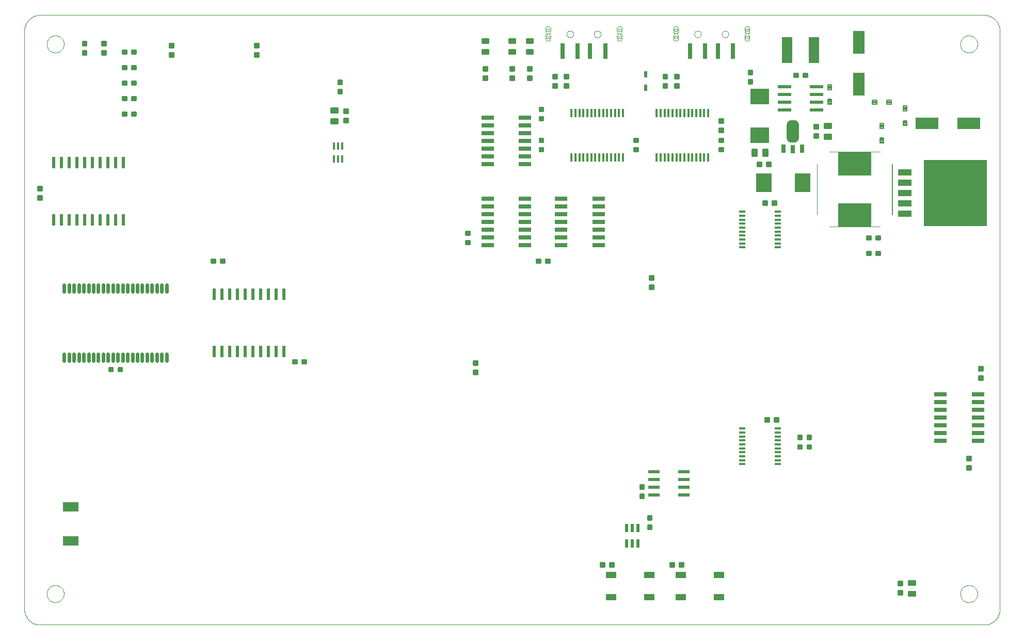
<source format=gtp>
G75*
%MOIN*%
%OFA0B0*%
%FSLAX24Y24*%
%IPPOS*%
%LPD*%
%AMOC8*
5,1,8,0,0,1.08239X$1,22.5*
%
%ADD10C,0.0000*%
%ADD11C,0.0217*%
%ADD12R,0.0780X0.0220*%
%ADD13R,0.0220X0.0520*%
%ADD14R,0.0390X0.0120*%
%ADD15R,0.0137X0.0550*%
%ADD16C,0.0088*%
%ADD17R,0.0709X0.0433*%
%ADD18R,0.0800X0.0260*%
%ADD19R,0.1500X0.0750*%
%ADD20R,0.0750X0.1500*%
%ADD21R,0.1000X0.1200*%
%ADD22R,0.1200X0.1000*%
%ADD23R,0.0669X0.1654*%
%ADD24R,0.1000X0.0600*%
%ADD25C,0.0079*%
%ADD26R,0.0220X0.0780*%
%ADD27R,0.0315X0.0984*%
%ADD28R,0.0866X0.0236*%
%ADD29R,0.4098X0.4252*%
%ADD30R,0.0850X0.0420*%
%ADD31R,0.0315X0.0551*%
%ADD32C,0.0600*%
%ADD33C,0.0100*%
%ADD34C,0.0080*%
%ADD35R,0.2165X0.1575*%
%ADD36R,0.0140X0.0460*%
%ADD37R,0.0236X0.0394*%
D10*
X000350Y001350D02*
X000350Y038720D01*
X000352Y038780D01*
X000357Y038841D01*
X000366Y038900D01*
X000379Y038959D01*
X000395Y039018D01*
X000415Y039075D01*
X000438Y039130D01*
X000465Y039185D01*
X000494Y039237D01*
X000527Y039288D01*
X000563Y039337D01*
X000601Y039383D01*
X000643Y039427D01*
X000687Y039469D01*
X000733Y039507D01*
X000782Y039543D01*
X000833Y039576D01*
X000885Y039605D01*
X000940Y039632D01*
X000995Y039655D01*
X001052Y039675D01*
X001111Y039691D01*
X001170Y039704D01*
X001229Y039713D01*
X001290Y039718D01*
X001350Y039720D01*
X062342Y039720D01*
X062402Y039718D01*
X062463Y039713D01*
X062522Y039704D01*
X062581Y039691D01*
X062640Y039675D01*
X062697Y039655D01*
X062752Y039632D01*
X062807Y039605D01*
X062859Y039576D01*
X062910Y039543D01*
X062959Y039507D01*
X063005Y039469D01*
X063049Y039427D01*
X063091Y039383D01*
X063129Y039337D01*
X063165Y039288D01*
X063198Y039237D01*
X063227Y039185D01*
X063254Y039130D01*
X063277Y039075D01*
X063297Y039018D01*
X063313Y038959D01*
X063326Y038900D01*
X063335Y038841D01*
X063340Y038780D01*
X063342Y038720D01*
X063342Y001350D01*
X063340Y001290D01*
X063335Y001229D01*
X063326Y001170D01*
X063313Y001111D01*
X063297Y001052D01*
X063277Y000995D01*
X063254Y000940D01*
X063227Y000885D01*
X063198Y000833D01*
X063165Y000782D01*
X063129Y000733D01*
X063091Y000687D01*
X063049Y000643D01*
X063005Y000601D01*
X062959Y000563D01*
X062910Y000527D01*
X062859Y000494D01*
X062807Y000465D01*
X062752Y000438D01*
X062697Y000415D01*
X062640Y000395D01*
X062581Y000379D01*
X062522Y000366D01*
X062463Y000357D01*
X062402Y000352D01*
X062342Y000350D01*
X001350Y000350D01*
X001290Y000352D01*
X001229Y000357D01*
X001170Y000366D01*
X001111Y000379D01*
X001052Y000395D01*
X000995Y000415D01*
X000940Y000438D01*
X000885Y000465D01*
X000833Y000494D01*
X000782Y000527D01*
X000733Y000563D01*
X000687Y000601D01*
X000643Y000643D01*
X000601Y000687D01*
X000563Y000733D01*
X000527Y000782D01*
X000494Y000833D01*
X000465Y000885D01*
X000438Y000940D01*
X000415Y000995D01*
X000395Y001052D01*
X000379Y001111D01*
X000366Y001170D01*
X000357Y001229D01*
X000352Y001290D01*
X000350Y001350D01*
X001799Y002350D02*
X001801Y002397D01*
X001807Y002443D01*
X001817Y002489D01*
X001830Y002534D01*
X001848Y002577D01*
X001869Y002619D01*
X001893Y002659D01*
X001921Y002696D01*
X001952Y002731D01*
X001986Y002764D01*
X002022Y002793D01*
X002061Y002819D01*
X002102Y002842D01*
X002145Y002861D01*
X002189Y002877D01*
X002234Y002889D01*
X002280Y002897D01*
X002327Y002901D01*
X002373Y002901D01*
X002420Y002897D01*
X002466Y002889D01*
X002511Y002877D01*
X002555Y002861D01*
X002598Y002842D01*
X002639Y002819D01*
X002678Y002793D01*
X002714Y002764D01*
X002748Y002731D01*
X002779Y002696D01*
X002807Y002659D01*
X002831Y002619D01*
X002852Y002577D01*
X002870Y002534D01*
X002883Y002489D01*
X002893Y002443D01*
X002899Y002397D01*
X002901Y002350D01*
X002899Y002303D01*
X002893Y002257D01*
X002883Y002211D01*
X002870Y002166D01*
X002852Y002123D01*
X002831Y002081D01*
X002807Y002041D01*
X002779Y002004D01*
X002748Y001969D01*
X002714Y001936D01*
X002678Y001907D01*
X002639Y001881D01*
X002598Y001858D01*
X002555Y001839D01*
X002511Y001823D01*
X002466Y001811D01*
X002420Y001803D01*
X002373Y001799D01*
X002327Y001799D01*
X002280Y001803D01*
X002234Y001811D01*
X002189Y001823D01*
X002145Y001839D01*
X002102Y001858D01*
X002061Y001881D01*
X002022Y001907D01*
X001986Y001936D01*
X001952Y001969D01*
X001921Y002004D01*
X001893Y002041D01*
X001869Y002081D01*
X001848Y002123D01*
X001830Y002166D01*
X001817Y002211D01*
X001807Y002257D01*
X001801Y002303D01*
X001799Y002350D01*
X001799Y037850D02*
X001801Y037897D01*
X001807Y037943D01*
X001817Y037989D01*
X001830Y038034D01*
X001848Y038077D01*
X001869Y038119D01*
X001893Y038159D01*
X001921Y038196D01*
X001952Y038231D01*
X001986Y038264D01*
X002022Y038293D01*
X002061Y038319D01*
X002102Y038342D01*
X002145Y038361D01*
X002189Y038377D01*
X002234Y038389D01*
X002280Y038397D01*
X002327Y038401D01*
X002373Y038401D01*
X002420Y038397D01*
X002466Y038389D01*
X002511Y038377D01*
X002555Y038361D01*
X002598Y038342D01*
X002639Y038319D01*
X002678Y038293D01*
X002714Y038264D01*
X002748Y038231D01*
X002779Y038196D01*
X002807Y038159D01*
X002831Y038119D01*
X002852Y038077D01*
X002870Y038034D01*
X002883Y037989D01*
X002893Y037943D01*
X002899Y037897D01*
X002901Y037850D01*
X002899Y037803D01*
X002893Y037757D01*
X002883Y037711D01*
X002870Y037666D01*
X002852Y037623D01*
X002831Y037581D01*
X002807Y037541D01*
X002779Y037504D01*
X002748Y037469D01*
X002714Y037436D01*
X002678Y037407D01*
X002639Y037381D01*
X002598Y037358D01*
X002555Y037339D01*
X002511Y037323D01*
X002466Y037311D01*
X002420Y037303D01*
X002373Y037299D01*
X002327Y037299D01*
X002280Y037303D01*
X002234Y037311D01*
X002189Y037323D01*
X002145Y037339D01*
X002102Y037358D01*
X002061Y037381D01*
X002022Y037407D01*
X001986Y037436D01*
X001952Y037469D01*
X001921Y037504D01*
X001893Y037541D01*
X001869Y037581D01*
X001848Y037623D01*
X001830Y037666D01*
X001817Y037711D01*
X001807Y037757D01*
X001801Y037803D01*
X001799Y037850D01*
X034015Y038209D02*
X034017Y038234D01*
X034023Y038258D01*
X034032Y038280D01*
X034045Y038301D01*
X034061Y038320D01*
X034080Y038336D01*
X034101Y038349D01*
X034123Y038358D01*
X034147Y038364D01*
X034172Y038366D01*
X034197Y038364D01*
X034221Y038358D01*
X034243Y038349D01*
X034264Y038336D01*
X034283Y038320D01*
X034299Y038301D01*
X034312Y038280D01*
X034321Y038258D01*
X034327Y038234D01*
X034329Y038209D01*
X034327Y038184D01*
X034321Y038160D01*
X034312Y038138D01*
X034299Y038117D01*
X034283Y038098D01*
X034264Y038082D01*
X034243Y038069D01*
X034221Y038060D01*
X034197Y038054D01*
X034172Y038052D01*
X034147Y038054D01*
X034123Y038060D01*
X034101Y038069D01*
X034080Y038082D01*
X034061Y038098D01*
X034045Y038117D01*
X034032Y038138D01*
X034023Y038160D01*
X034017Y038184D01*
X034015Y038209D01*
X034015Y038367D02*
X034017Y038392D01*
X034023Y038416D01*
X034032Y038438D01*
X034045Y038459D01*
X034061Y038478D01*
X034080Y038494D01*
X034101Y038507D01*
X034123Y038516D01*
X034147Y038522D01*
X034172Y038524D01*
X034197Y038522D01*
X034221Y038516D01*
X034243Y038507D01*
X034264Y038494D01*
X034283Y038478D01*
X034299Y038459D01*
X034312Y038438D01*
X034321Y038416D01*
X034327Y038392D01*
X034329Y038367D01*
X034327Y038342D01*
X034321Y038318D01*
X034312Y038296D01*
X034299Y038275D01*
X034283Y038256D01*
X034264Y038240D01*
X034243Y038227D01*
X034221Y038218D01*
X034197Y038212D01*
X034172Y038210D01*
X034147Y038212D01*
X034123Y038218D01*
X034101Y038227D01*
X034080Y038240D01*
X034061Y038256D01*
X034045Y038275D01*
X034032Y038296D01*
X034023Y038318D01*
X034017Y038342D01*
X034015Y038367D01*
X034015Y038682D02*
X034017Y038707D01*
X034023Y038731D01*
X034032Y038753D01*
X034045Y038774D01*
X034061Y038793D01*
X034080Y038809D01*
X034101Y038822D01*
X034123Y038831D01*
X034147Y038837D01*
X034172Y038839D01*
X034197Y038837D01*
X034221Y038831D01*
X034243Y038822D01*
X034264Y038809D01*
X034283Y038793D01*
X034299Y038774D01*
X034312Y038753D01*
X034321Y038731D01*
X034327Y038707D01*
X034329Y038682D01*
X034327Y038657D01*
X034321Y038633D01*
X034312Y038611D01*
X034299Y038590D01*
X034283Y038571D01*
X034264Y038555D01*
X034243Y038542D01*
X034221Y038533D01*
X034197Y038527D01*
X034172Y038525D01*
X034147Y038527D01*
X034123Y038533D01*
X034101Y038542D01*
X034080Y038555D01*
X034061Y038571D01*
X034045Y038590D01*
X034032Y038611D01*
X034023Y038633D01*
X034017Y038657D01*
X034015Y038682D01*
X034015Y038839D02*
X034017Y038864D01*
X034023Y038888D01*
X034032Y038910D01*
X034045Y038931D01*
X034061Y038950D01*
X034080Y038966D01*
X034101Y038979D01*
X034123Y038988D01*
X034147Y038994D01*
X034172Y038996D01*
X034197Y038994D01*
X034221Y038988D01*
X034243Y038979D01*
X034264Y038966D01*
X034283Y038950D01*
X034299Y038931D01*
X034312Y038910D01*
X034321Y038888D01*
X034327Y038864D01*
X034329Y038839D01*
X034327Y038814D01*
X034321Y038790D01*
X034312Y038768D01*
X034299Y038747D01*
X034283Y038728D01*
X034264Y038712D01*
X034243Y038699D01*
X034221Y038690D01*
X034197Y038684D01*
X034172Y038682D01*
X034147Y038684D01*
X034123Y038690D01*
X034101Y038699D01*
X034080Y038712D01*
X034061Y038728D01*
X034045Y038747D01*
X034032Y038768D01*
X034023Y038790D01*
X034017Y038814D01*
X034015Y038839D01*
X035372Y038497D02*
X035374Y038526D01*
X035380Y038554D01*
X035389Y038582D01*
X035402Y038608D01*
X035419Y038631D01*
X035438Y038653D01*
X035460Y038672D01*
X035485Y038687D01*
X035511Y038700D01*
X035539Y038708D01*
X035567Y038713D01*
X035596Y038714D01*
X035625Y038711D01*
X035653Y038704D01*
X035680Y038694D01*
X035706Y038680D01*
X035729Y038663D01*
X035750Y038643D01*
X035768Y038620D01*
X035783Y038595D01*
X035794Y038568D01*
X035802Y038540D01*
X035806Y038511D01*
X035806Y038483D01*
X035802Y038454D01*
X035794Y038426D01*
X035783Y038399D01*
X035768Y038374D01*
X035750Y038351D01*
X035729Y038331D01*
X035706Y038314D01*
X035680Y038300D01*
X035653Y038290D01*
X035625Y038283D01*
X035596Y038280D01*
X035567Y038281D01*
X035539Y038286D01*
X035511Y038294D01*
X035485Y038307D01*
X035460Y038322D01*
X035438Y038341D01*
X035419Y038363D01*
X035402Y038386D01*
X035389Y038412D01*
X035380Y038440D01*
X035374Y038468D01*
X035372Y038497D01*
X037144Y038497D02*
X037146Y038526D01*
X037152Y038554D01*
X037161Y038582D01*
X037174Y038608D01*
X037191Y038631D01*
X037210Y038653D01*
X037232Y038672D01*
X037257Y038687D01*
X037283Y038700D01*
X037311Y038708D01*
X037339Y038713D01*
X037368Y038714D01*
X037397Y038711D01*
X037425Y038704D01*
X037452Y038694D01*
X037478Y038680D01*
X037501Y038663D01*
X037522Y038643D01*
X037540Y038620D01*
X037555Y038595D01*
X037566Y038568D01*
X037574Y038540D01*
X037578Y038511D01*
X037578Y038483D01*
X037574Y038454D01*
X037566Y038426D01*
X037555Y038399D01*
X037540Y038374D01*
X037522Y038351D01*
X037501Y038331D01*
X037478Y038314D01*
X037452Y038300D01*
X037425Y038290D01*
X037397Y038283D01*
X037368Y038280D01*
X037339Y038281D01*
X037311Y038286D01*
X037283Y038294D01*
X037257Y038307D01*
X037232Y038322D01*
X037210Y038341D01*
X037191Y038363D01*
X037174Y038386D01*
X037161Y038412D01*
X037152Y038440D01*
X037146Y038468D01*
X037144Y038497D01*
X038621Y038367D02*
X038623Y038392D01*
X038629Y038416D01*
X038638Y038438D01*
X038651Y038459D01*
X038667Y038478D01*
X038686Y038494D01*
X038707Y038507D01*
X038729Y038516D01*
X038753Y038522D01*
X038778Y038524D01*
X038803Y038522D01*
X038827Y038516D01*
X038849Y038507D01*
X038870Y038494D01*
X038889Y038478D01*
X038905Y038459D01*
X038918Y038438D01*
X038927Y038416D01*
X038933Y038392D01*
X038935Y038367D01*
X038933Y038342D01*
X038927Y038318D01*
X038918Y038296D01*
X038905Y038275D01*
X038889Y038256D01*
X038870Y038240D01*
X038849Y038227D01*
X038827Y038218D01*
X038803Y038212D01*
X038778Y038210D01*
X038753Y038212D01*
X038729Y038218D01*
X038707Y038227D01*
X038686Y038240D01*
X038667Y038256D01*
X038651Y038275D01*
X038638Y038296D01*
X038629Y038318D01*
X038623Y038342D01*
X038621Y038367D01*
X038621Y038209D02*
X038623Y038234D01*
X038629Y038258D01*
X038638Y038280D01*
X038651Y038301D01*
X038667Y038320D01*
X038686Y038336D01*
X038707Y038349D01*
X038729Y038358D01*
X038753Y038364D01*
X038778Y038366D01*
X038803Y038364D01*
X038827Y038358D01*
X038849Y038349D01*
X038870Y038336D01*
X038889Y038320D01*
X038905Y038301D01*
X038918Y038280D01*
X038927Y038258D01*
X038933Y038234D01*
X038935Y038209D01*
X038933Y038184D01*
X038927Y038160D01*
X038918Y038138D01*
X038905Y038117D01*
X038889Y038098D01*
X038870Y038082D01*
X038849Y038069D01*
X038827Y038060D01*
X038803Y038054D01*
X038778Y038052D01*
X038753Y038054D01*
X038729Y038060D01*
X038707Y038069D01*
X038686Y038082D01*
X038667Y038098D01*
X038651Y038117D01*
X038638Y038138D01*
X038629Y038160D01*
X038623Y038184D01*
X038621Y038209D01*
X038621Y038682D02*
X038623Y038707D01*
X038629Y038731D01*
X038638Y038753D01*
X038651Y038774D01*
X038667Y038793D01*
X038686Y038809D01*
X038707Y038822D01*
X038729Y038831D01*
X038753Y038837D01*
X038778Y038839D01*
X038803Y038837D01*
X038827Y038831D01*
X038849Y038822D01*
X038870Y038809D01*
X038889Y038793D01*
X038905Y038774D01*
X038918Y038753D01*
X038927Y038731D01*
X038933Y038707D01*
X038935Y038682D01*
X038933Y038657D01*
X038927Y038633D01*
X038918Y038611D01*
X038905Y038590D01*
X038889Y038571D01*
X038870Y038555D01*
X038849Y038542D01*
X038827Y038533D01*
X038803Y038527D01*
X038778Y038525D01*
X038753Y038527D01*
X038729Y038533D01*
X038707Y038542D01*
X038686Y038555D01*
X038667Y038571D01*
X038651Y038590D01*
X038638Y038611D01*
X038629Y038633D01*
X038623Y038657D01*
X038621Y038682D01*
X038621Y038839D02*
X038623Y038864D01*
X038629Y038888D01*
X038638Y038910D01*
X038651Y038931D01*
X038667Y038950D01*
X038686Y038966D01*
X038707Y038979D01*
X038729Y038988D01*
X038753Y038994D01*
X038778Y038996D01*
X038803Y038994D01*
X038827Y038988D01*
X038849Y038979D01*
X038870Y038966D01*
X038889Y038950D01*
X038905Y038931D01*
X038918Y038910D01*
X038927Y038888D01*
X038933Y038864D01*
X038935Y038839D01*
X038933Y038814D01*
X038927Y038790D01*
X038918Y038768D01*
X038905Y038747D01*
X038889Y038728D01*
X038870Y038712D01*
X038849Y038699D01*
X038827Y038690D01*
X038803Y038684D01*
X038778Y038682D01*
X038753Y038684D01*
X038729Y038690D01*
X038707Y038699D01*
X038686Y038712D01*
X038667Y038728D01*
X038651Y038747D01*
X038638Y038768D01*
X038629Y038790D01*
X038623Y038814D01*
X038621Y038839D01*
X042265Y038839D02*
X042267Y038864D01*
X042273Y038888D01*
X042282Y038910D01*
X042295Y038931D01*
X042311Y038950D01*
X042330Y038966D01*
X042351Y038979D01*
X042373Y038988D01*
X042397Y038994D01*
X042422Y038996D01*
X042447Y038994D01*
X042471Y038988D01*
X042493Y038979D01*
X042514Y038966D01*
X042533Y038950D01*
X042549Y038931D01*
X042562Y038910D01*
X042571Y038888D01*
X042577Y038864D01*
X042579Y038839D01*
X042577Y038814D01*
X042571Y038790D01*
X042562Y038768D01*
X042549Y038747D01*
X042533Y038728D01*
X042514Y038712D01*
X042493Y038699D01*
X042471Y038690D01*
X042447Y038684D01*
X042422Y038682D01*
X042397Y038684D01*
X042373Y038690D01*
X042351Y038699D01*
X042330Y038712D01*
X042311Y038728D01*
X042295Y038747D01*
X042282Y038768D01*
X042273Y038790D01*
X042267Y038814D01*
X042265Y038839D01*
X042265Y038682D02*
X042267Y038707D01*
X042273Y038731D01*
X042282Y038753D01*
X042295Y038774D01*
X042311Y038793D01*
X042330Y038809D01*
X042351Y038822D01*
X042373Y038831D01*
X042397Y038837D01*
X042422Y038839D01*
X042447Y038837D01*
X042471Y038831D01*
X042493Y038822D01*
X042514Y038809D01*
X042533Y038793D01*
X042549Y038774D01*
X042562Y038753D01*
X042571Y038731D01*
X042577Y038707D01*
X042579Y038682D01*
X042577Y038657D01*
X042571Y038633D01*
X042562Y038611D01*
X042549Y038590D01*
X042533Y038571D01*
X042514Y038555D01*
X042493Y038542D01*
X042471Y038533D01*
X042447Y038527D01*
X042422Y038525D01*
X042397Y038527D01*
X042373Y038533D01*
X042351Y038542D01*
X042330Y038555D01*
X042311Y038571D01*
X042295Y038590D01*
X042282Y038611D01*
X042273Y038633D01*
X042267Y038657D01*
X042265Y038682D01*
X042265Y038367D02*
X042267Y038392D01*
X042273Y038416D01*
X042282Y038438D01*
X042295Y038459D01*
X042311Y038478D01*
X042330Y038494D01*
X042351Y038507D01*
X042373Y038516D01*
X042397Y038522D01*
X042422Y038524D01*
X042447Y038522D01*
X042471Y038516D01*
X042493Y038507D01*
X042514Y038494D01*
X042533Y038478D01*
X042549Y038459D01*
X042562Y038438D01*
X042571Y038416D01*
X042577Y038392D01*
X042579Y038367D01*
X042577Y038342D01*
X042571Y038318D01*
X042562Y038296D01*
X042549Y038275D01*
X042533Y038256D01*
X042514Y038240D01*
X042493Y038227D01*
X042471Y038218D01*
X042447Y038212D01*
X042422Y038210D01*
X042397Y038212D01*
X042373Y038218D01*
X042351Y038227D01*
X042330Y038240D01*
X042311Y038256D01*
X042295Y038275D01*
X042282Y038296D01*
X042273Y038318D01*
X042267Y038342D01*
X042265Y038367D01*
X042265Y038209D02*
X042267Y038234D01*
X042273Y038258D01*
X042282Y038280D01*
X042295Y038301D01*
X042311Y038320D01*
X042330Y038336D01*
X042351Y038349D01*
X042373Y038358D01*
X042397Y038364D01*
X042422Y038366D01*
X042447Y038364D01*
X042471Y038358D01*
X042493Y038349D01*
X042514Y038336D01*
X042533Y038320D01*
X042549Y038301D01*
X042562Y038280D01*
X042571Y038258D01*
X042577Y038234D01*
X042579Y038209D01*
X042577Y038184D01*
X042571Y038160D01*
X042562Y038138D01*
X042549Y038117D01*
X042533Y038098D01*
X042514Y038082D01*
X042493Y038069D01*
X042471Y038060D01*
X042447Y038054D01*
X042422Y038052D01*
X042397Y038054D01*
X042373Y038060D01*
X042351Y038069D01*
X042330Y038082D01*
X042311Y038098D01*
X042295Y038117D01*
X042282Y038138D01*
X042273Y038160D01*
X042267Y038184D01*
X042265Y038209D01*
X043622Y038497D02*
X043624Y038526D01*
X043630Y038554D01*
X043639Y038582D01*
X043652Y038608D01*
X043669Y038631D01*
X043688Y038653D01*
X043710Y038672D01*
X043735Y038687D01*
X043761Y038700D01*
X043789Y038708D01*
X043817Y038713D01*
X043846Y038714D01*
X043875Y038711D01*
X043903Y038704D01*
X043930Y038694D01*
X043956Y038680D01*
X043979Y038663D01*
X044000Y038643D01*
X044018Y038620D01*
X044033Y038595D01*
X044044Y038568D01*
X044052Y038540D01*
X044056Y038511D01*
X044056Y038483D01*
X044052Y038454D01*
X044044Y038426D01*
X044033Y038399D01*
X044018Y038374D01*
X044000Y038351D01*
X043979Y038331D01*
X043956Y038314D01*
X043930Y038300D01*
X043903Y038290D01*
X043875Y038283D01*
X043846Y038280D01*
X043817Y038281D01*
X043789Y038286D01*
X043761Y038294D01*
X043735Y038307D01*
X043710Y038322D01*
X043688Y038341D01*
X043669Y038363D01*
X043652Y038386D01*
X043639Y038412D01*
X043630Y038440D01*
X043624Y038468D01*
X043622Y038497D01*
X045394Y038497D02*
X045396Y038526D01*
X045402Y038554D01*
X045411Y038582D01*
X045424Y038608D01*
X045441Y038631D01*
X045460Y038653D01*
X045482Y038672D01*
X045507Y038687D01*
X045533Y038700D01*
X045561Y038708D01*
X045589Y038713D01*
X045618Y038714D01*
X045647Y038711D01*
X045675Y038704D01*
X045702Y038694D01*
X045728Y038680D01*
X045751Y038663D01*
X045772Y038643D01*
X045790Y038620D01*
X045805Y038595D01*
X045816Y038568D01*
X045824Y038540D01*
X045828Y038511D01*
X045828Y038483D01*
X045824Y038454D01*
X045816Y038426D01*
X045805Y038399D01*
X045790Y038374D01*
X045772Y038351D01*
X045751Y038331D01*
X045728Y038314D01*
X045702Y038300D01*
X045675Y038290D01*
X045647Y038283D01*
X045618Y038280D01*
X045589Y038281D01*
X045561Y038286D01*
X045533Y038294D01*
X045507Y038307D01*
X045482Y038322D01*
X045460Y038341D01*
X045441Y038363D01*
X045424Y038386D01*
X045411Y038412D01*
X045402Y038440D01*
X045396Y038468D01*
X045394Y038497D01*
X046871Y038367D02*
X046873Y038392D01*
X046879Y038416D01*
X046888Y038438D01*
X046901Y038459D01*
X046917Y038478D01*
X046936Y038494D01*
X046957Y038507D01*
X046979Y038516D01*
X047003Y038522D01*
X047028Y038524D01*
X047053Y038522D01*
X047077Y038516D01*
X047099Y038507D01*
X047120Y038494D01*
X047139Y038478D01*
X047155Y038459D01*
X047168Y038438D01*
X047177Y038416D01*
X047183Y038392D01*
X047185Y038367D01*
X047183Y038342D01*
X047177Y038318D01*
X047168Y038296D01*
X047155Y038275D01*
X047139Y038256D01*
X047120Y038240D01*
X047099Y038227D01*
X047077Y038218D01*
X047053Y038212D01*
X047028Y038210D01*
X047003Y038212D01*
X046979Y038218D01*
X046957Y038227D01*
X046936Y038240D01*
X046917Y038256D01*
X046901Y038275D01*
X046888Y038296D01*
X046879Y038318D01*
X046873Y038342D01*
X046871Y038367D01*
X046871Y038209D02*
X046873Y038234D01*
X046879Y038258D01*
X046888Y038280D01*
X046901Y038301D01*
X046917Y038320D01*
X046936Y038336D01*
X046957Y038349D01*
X046979Y038358D01*
X047003Y038364D01*
X047028Y038366D01*
X047053Y038364D01*
X047077Y038358D01*
X047099Y038349D01*
X047120Y038336D01*
X047139Y038320D01*
X047155Y038301D01*
X047168Y038280D01*
X047177Y038258D01*
X047183Y038234D01*
X047185Y038209D01*
X047183Y038184D01*
X047177Y038160D01*
X047168Y038138D01*
X047155Y038117D01*
X047139Y038098D01*
X047120Y038082D01*
X047099Y038069D01*
X047077Y038060D01*
X047053Y038054D01*
X047028Y038052D01*
X047003Y038054D01*
X046979Y038060D01*
X046957Y038069D01*
X046936Y038082D01*
X046917Y038098D01*
X046901Y038117D01*
X046888Y038138D01*
X046879Y038160D01*
X046873Y038184D01*
X046871Y038209D01*
X046871Y038682D02*
X046873Y038707D01*
X046879Y038731D01*
X046888Y038753D01*
X046901Y038774D01*
X046917Y038793D01*
X046936Y038809D01*
X046957Y038822D01*
X046979Y038831D01*
X047003Y038837D01*
X047028Y038839D01*
X047053Y038837D01*
X047077Y038831D01*
X047099Y038822D01*
X047120Y038809D01*
X047139Y038793D01*
X047155Y038774D01*
X047168Y038753D01*
X047177Y038731D01*
X047183Y038707D01*
X047185Y038682D01*
X047183Y038657D01*
X047177Y038633D01*
X047168Y038611D01*
X047155Y038590D01*
X047139Y038571D01*
X047120Y038555D01*
X047099Y038542D01*
X047077Y038533D01*
X047053Y038527D01*
X047028Y038525D01*
X047003Y038527D01*
X046979Y038533D01*
X046957Y038542D01*
X046936Y038555D01*
X046917Y038571D01*
X046901Y038590D01*
X046888Y038611D01*
X046879Y038633D01*
X046873Y038657D01*
X046871Y038682D01*
X046871Y038839D02*
X046873Y038864D01*
X046879Y038888D01*
X046888Y038910D01*
X046901Y038931D01*
X046917Y038950D01*
X046936Y038966D01*
X046957Y038979D01*
X046979Y038988D01*
X047003Y038994D01*
X047028Y038996D01*
X047053Y038994D01*
X047077Y038988D01*
X047099Y038979D01*
X047120Y038966D01*
X047139Y038950D01*
X047155Y038931D01*
X047168Y038910D01*
X047177Y038888D01*
X047183Y038864D01*
X047185Y038839D01*
X047183Y038814D01*
X047177Y038790D01*
X047168Y038768D01*
X047155Y038747D01*
X047139Y038728D01*
X047120Y038712D01*
X047099Y038699D01*
X047077Y038690D01*
X047053Y038684D01*
X047028Y038682D01*
X047003Y038684D01*
X046979Y038690D01*
X046957Y038699D01*
X046936Y038712D01*
X046917Y038728D01*
X046901Y038747D01*
X046888Y038768D01*
X046879Y038790D01*
X046873Y038814D01*
X046871Y038839D01*
X052341Y030896D02*
X055609Y030896D01*
X051554Y030109D02*
X051554Y026841D01*
X052341Y026054D02*
X055609Y026054D01*
X060799Y037850D02*
X060801Y037897D01*
X060807Y037943D01*
X060817Y037989D01*
X060830Y038034D01*
X060848Y038077D01*
X060869Y038119D01*
X060893Y038159D01*
X060921Y038196D01*
X060952Y038231D01*
X060986Y038264D01*
X061022Y038293D01*
X061061Y038319D01*
X061102Y038342D01*
X061145Y038361D01*
X061189Y038377D01*
X061234Y038389D01*
X061280Y038397D01*
X061327Y038401D01*
X061373Y038401D01*
X061420Y038397D01*
X061466Y038389D01*
X061511Y038377D01*
X061555Y038361D01*
X061598Y038342D01*
X061639Y038319D01*
X061678Y038293D01*
X061714Y038264D01*
X061748Y038231D01*
X061779Y038196D01*
X061807Y038159D01*
X061831Y038119D01*
X061852Y038077D01*
X061870Y038034D01*
X061883Y037989D01*
X061893Y037943D01*
X061899Y037897D01*
X061901Y037850D01*
X061899Y037803D01*
X061893Y037757D01*
X061883Y037711D01*
X061870Y037666D01*
X061852Y037623D01*
X061831Y037581D01*
X061807Y037541D01*
X061779Y037504D01*
X061748Y037469D01*
X061714Y037436D01*
X061678Y037407D01*
X061639Y037381D01*
X061598Y037358D01*
X061555Y037339D01*
X061511Y037323D01*
X061466Y037311D01*
X061420Y037303D01*
X061373Y037299D01*
X061327Y037299D01*
X061280Y037303D01*
X061234Y037311D01*
X061189Y037323D01*
X061145Y037339D01*
X061102Y037358D01*
X061061Y037381D01*
X061022Y037407D01*
X060986Y037436D01*
X060952Y037469D01*
X060921Y037504D01*
X060893Y037541D01*
X060869Y037581D01*
X060848Y037623D01*
X060830Y037666D01*
X060817Y037711D01*
X060807Y037757D01*
X060801Y037803D01*
X060799Y037850D01*
X060799Y002350D02*
X060801Y002397D01*
X060807Y002443D01*
X060817Y002489D01*
X060830Y002534D01*
X060848Y002577D01*
X060869Y002619D01*
X060893Y002659D01*
X060921Y002696D01*
X060952Y002731D01*
X060986Y002764D01*
X061022Y002793D01*
X061061Y002819D01*
X061102Y002842D01*
X061145Y002861D01*
X061189Y002877D01*
X061234Y002889D01*
X061280Y002897D01*
X061327Y002901D01*
X061373Y002901D01*
X061420Y002897D01*
X061466Y002889D01*
X061511Y002877D01*
X061555Y002861D01*
X061598Y002842D01*
X061639Y002819D01*
X061678Y002793D01*
X061714Y002764D01*
X061748Y002731D01*
X061779Y002696D01*
X061807Y002659D01*
X061831Y002619D01*
X061852Y002577D01*
X061870Y002534D01*
X061883Y002489D01*
X061893Y002443D01*
X061899Y002397D01*
X061901Y002350D01*
X061899Y002303D01*
X061893Y002257D01*
X061883Y002211D01*
X061870Y002166D01*
X061852Y002123D01*
X061831Y002081D01*
X061807Y002041D01*
X061779Y002004D01*
X061748Y001969D01*
X061714Y001936D01*
X061678Y001907D01*
X061639Y001881D01*
X061598Y001858D01*
X061555Y001839D01*
X061511Y001823D01*
X061466Y001811D01*
X061420Y001803D01*
X061373Y001799D01*
X061327Y001799D01*
X061280Y001803D01*
X061234Y001811D01*
X061189Y001823D01*
X061145Y001839D01*
X061102Y001858D01*
X061061Y001881D01*
X061022Y001907D01*
X060986Y001936D01*
X060952Y001969D01*
X060921Y002004D01*
X060893Y002041D01*
X060869Y002081D01*
X060848Y002123D01*
X060830Y002166D01*
X060817Y002211D01*
X060807Y002257D01*
X060801Y002303D01*
X060799Y002350D01*
D11*
X009532Y017407D02*
X009532Y017407D01*
X009532Y017821D01*
X009532Y017821D01*
X009532Y017407D01*
X009532Y017623D02*
X009532Y017623D01*
X009217Y017407D02*
X009217Y017407D01*
X009217Y017821D01*
X009217Y017821D01*
X009217Y017407D01*
X009217Y017623D02*
X009217Y017623D01*
X008902Y017407D02*
X008902Y017407D01*
X008902Y017821D01*
X008902Y017821D01*
X008902Y017407D01*
X008902Y017623D02*
X008902Y017623D01*
X008587Y017407D02*
X008587Y017407D01*
X008587Y017821D01*
X008587Y017821D01*
X008587Y017407D01*
X008587Y017623D02*
X008587Y017623D01*
X008272Y017407D02*
X008272Y017407D01*
X008272Y017821D01*
X008272Y017821D01*
X008272Y017407D01*
X008272Y017623D02*
X008272Y017623D01*
X007957Y017407D02*
X007957Y017407D01*
X007957Y017821D01*
X007957Y017821D01*
X007957Y017407D01*
X007957Y017623D02*
X007957Y017623D01*
X007642Y017407D02*
X007642Y017407D01*
X007642Y017821D01*
X007642Y017821D01*
X007642Y017407D01*
X007642Y017623D02*
X007642Y017623D01*
X007327Y017407D02*
X007327Y017407D01*
X007327Y017821D01*
X007327Y017821D01*
X007327Y017407D01*
X007327Y017623D02*
X007327Y017623D01*
X007012Y017407D02*
X007012Y017407D01*
X007012Y017821D01*
X007012Y017821D01*
X007012Y017407D01*
X007012Y017623D02*
X007012Y017623D01*
X006697Y017407D02*
X006697Y017407D01*
X006697Y017821D01*
X006697Y017821D01*
X006697Y017407D01*
X006697Y017623D02*
X006697Y017623D01*
X006382Y017407D02*
X006382Y017407D01*
X006382Y017821D01*
X006382Y017821D01*
X006382Y017407D01*
X006382Y017623D02*
X006382Y017623D01*
X006068Y017407D02*
X006068Y017407D01*
X006068Y017821D01*
X006068Y017821D01*
X006068Y017407D01*
X006068Y017623D02*
X006068Y017623D01*
X005753Y017407D02*
X005753Y017407D01*
X005753Y017821D01*
X005753Y017821D01*
X005753Y017407D01*
X005753Y017623D02*
X005753Y017623D01*
X005438Y017407D02*
X005438Y017407D01*
X005438Y017821D01*
X005438Y017821D01*
X005438Y017407D01*
X005438Y017623D02*
X005438Y017623D01*
X005123Y017407D02*
X005123Y017407D01*
X005123Y017821D01*
X005123Y017821D01*
X005123Y017407D01*
X005123Y017623D02*
X005123Y017623D01*
X004808Y017407D02*
X004808Y017407D01*
X004808Y017821D01*
X004808Y017821D01*
X004808Y017407D01*
X004808Y017623D02*
X004808Y017623D01*
X004493Y017407D02*
X004493Y017407D01*
X004493Y017821D01*
X004493Y017821D01*
X004493Y017407D01*
X004493Y017623D02*
X004493Y017623D01*
X004178Y017407D02*
X004178Y017407D01*
X004178Y017821D01*
X004178Y017821D01*
X004178Y017407D01*
X004178Y017623D02*
X004178Y017623D01*
X003863Y017407D02*
X003863Y017407D01*
X003863Y017821D01*
X003863Y017821D01*
X003863Y017407D01*
X003863Y017623D02*
X003863Y017623D01*
X003548Y017407D02*
X003548Y017407D01*
X003548Y017821D01*
X003548Y017821D01*
X003548Y017407D01*
X003548Y017623D02*
X003548Y017623D01*
X003233Y017407D02*
X003233Y017407D01*
X003233Y017821D01*
X003233Y017821D01*
X003233Y017407D01*
X003233Y017623D02*
X003233Y017623D01*
X002918Y017407D02*
X002918Y017407D01*
X002918Y017821D01*
X002918Y017821D01*
X002918Y017407D01*
X002918Y017623D02*
X002918Y017623D01*
X002918Y022293D02*
X002918Y022293D01*
X002918Y021879D01*
X002918Y021879D01*
X002918Y022293D01*
X002918Y022095D02*
X002918Y022095D01*
X003233Y022293D02*
X003233Y022293D01*
X003233Y021879D01*
X003233Y021879D01*
X003233Y022293D01*
X003233Y022095D02*
X003233Y022095D01*
X003548Y022293D02*
X003548Y022293D01*
X003548Y021879D01*
X003548Y021879D01*
X003548Y022293D01*
X003548Y022095D02*
X003548Y022095D01*
X003863Y022293D02*
X003863Y022293D01*
X003863Y021879D01*
X003863Y021879D01*
X003863Y022293D01*
X003863Y022095D02*
X003863Y022095D01*
X004178Y022293D02*
X004178Y022293D01*
X004178Y021879D01*
X004178Y021879D01*
X004178Y022293D01*
X004178Y022095D02*
X004178Y022095D01*
X004493Y022293D02*
X004493Y022293D01*
X004493Y021879D01*
X004493Y021879D01*
X004493Y022293D01*
X004493Y022095D02*
X004493Y022095D01*
X004808Y022293D02*
X004808Y022293D01*
X004808Y021879D01*
X004808Y021879D01*
X004808Y022293D01*
X004808Y022095D02*
X004808Y022095D01*
X005123Y022293D02*
X005123Y022293D01*
X005123Y021879D01*
X005123Y021879D01*
X005123Y022293D01*
X005123Y022095D02*
X005123Y022095D01*
X005438Y022293D02*
X005438Y022293D01*
X005438Y021879D01*
X005438Y021879D01*
X005438Y022293D01*
X005438Y022095D02*
X005438Y022095D01*
X005753Y022293D02*
X005753Y022293D01*
X005753Y021879D01*
X005753Y021879D01*
X005753Y022293D01*
X005753Y022095D02*
X005753Y022095D01*
X006068Y022293D02*
X006068Y022293D01*
X006068Y021879D01*
X006068Y021879D01*
X006068Y022293D01*
X006068Y022095D02*
X006068Y022095D01*
X006382Y022293D02*
X006382Y022293D01*
X006382Y021879D01*
X006382Y021879D01*
X006382Y022293D01*
X006382Y022095D02*
X006382Y022095D01*
X006697Y022293D02*
X006697Y022293D01*
X006697Y021879D01*
X006697Y021879D01*
X006697Y022293D01*
X006697Y022095D02*
X006697Y022095D01*
X007012Y022293D02*
X007012Y022293D01*
X007012Y021879D01*
X007012Y021879D01*
X007012Y022293D01*
X007012Y022095D02*
X007012Y022095D01*
X007327Y022293D02*
X007327Y022293D01*
X007327Y021879D01*
X007327Y021879D01*
X007327Y022293D01*
X007327Y022095D02*
X007327Y022095D01*
X007642Y022293D02*
X007642Y022293D01*
X007642Y021879D01*
X007642Y021879D01*
X007642Y022293D01*
X007642Y022095D02*
X007642Y022095D01*
X007957Y022293D02*
X007957Y022293D01*
X007957Y021879D01*
X007957Y021879D01*
X007957Y022293D01*
X007957Y022095D02*
X007957Y022095D01*
X008272Y022293D02*
X008272Y022293D01*
X008272Y021879D01*
X008272Y021879D01*
X008272Y022293D01*
X008272Y022095D02*
X008272Y022095D01*
X008587Y022293D02*
X008587Y022293D01*
X008587Y021879D01*
X008587Y021879D01*
X008587Y022293D01*
X008587Y022095D02*
X008587Y022095D01*
X008902Y022293D02*
X008902Y022293D01*
X008902Y021879D01*
X008902Y021879D01*
X008902Y022293D01*
X008902Y022095D02*
X008902Y022095D01*
X009217Y022293D02*
X009217Y022293D01*
X009217Y021879D01*
X009217Y021879D01*
X009217Y022293D01*
X009217Y022095D02*
X009217Y022095D01*
X009532Y022293D02*
X009532Y022293D01*
X009532Y021879D01*
X009532Y021879D01*
X009532Y022293D01*
X009532Y022095D02*
X009532Y022095D01*
D12*
X041005Y010225D03*
X041005Y009725D03*
X041005Y009225D03*
X041005Y008725D03*
X042945Y008725D03*
X042945Y009225D03*
X042945Y009725D03*
X042945Y010225D03*
D13*
X039970Y006600D03*
X039600Y006600D03*
X039230Y006600D03*
X039230Y005600D03*
X039600Y005600D03*
X039970Y005600D03*
D14*
X046701Y010718D03*
X046701Y010974D03*
X046701Y011230D03*
X046701Y011486D03*
X046701Y011742D03*
X046701Y011998D03*
X046701Y012254D03*
X046701Y012509D03*
X046701Y012765D03*
X046701Y013021D03*
X048999Y013021D03*
X048999Y012765D03*
X048999Y012509D03*
X048999Y012254D03*
X048999Y011998D03*
X048999Y011742D03*
X048999Y011486D03*
X048999Y011230D03*
X048999Y010974D03*
X048999Y010718D03*
X048999Y024718D03*
X048999Y024974D03*
X048999Y025230D03*
X048999Y025486D03*
X048999Y025742D03*
X048999Y025998D03*
X048999Y026254D03*
X048999Y026509D03*
X048999Y026765D03*
X048999Y027021D03*
X046701Y027021D03*
X046701Y026765D03*
X046701Y026509D03*
X046701Y026254D03*
X046701Y025998D03*
X046701Y025742D03*
X046701Y025486D03*
X046701Y025230D03*
X046701Y024974D03*
X046701Y024718D03*
D15*
X044513Y030536D03*
X044257Y030536D03*
X044002Y030536D03*
X043746Y030536D03*
X043490Y030536D03*
X043234Y030536D03*
X042978Y030536D03*
X042722Y030536D03*
X042466Y030536D03*
X042210Y030536D03*
X041954Y030536D03*
X041698Y030536D03*
X041443Y030536D03*
X041187Y030536D03*
X039013Y030536D03*
X038757Y030536D03*
X038502Y030536D03*
X038246Y030536D03*
X037990Y030536D03*
X037734Y030536D03*
X037478Y030536D03*
X037222Y030536D03*
X036966Y030536D03*
X036710Y030536D03*
X036454Y030536D03*
X036198Y030536D03*
X035943Y030536D03*
X035687Y030536D03*
X035687Y033414D03*
X035943Y033414D03*
X036198Y033414D03*
X036454Y033414D03*
X036710Y033414D03*
X036966Y033414D03*
X037222Y033414D03*
X037478Y033414D03*
X037734Y033414D03*
X037990Y033414D03*
X038246Y033414D03*
X038502Y033414D03*
X038757Y033414D03*
X039013Y033414D03*
X041187Y033414D03*
X041443Y033414D03*
X041698Y033414D03*
X041954Y033414D03*
X042210Y033414D03*
X042466Y033414D03*
X042722Y033414D03*
X042978Y033414D03*
X043234Y033414D03*
X043490Y033414D03*
X043746Y033414D03*
X044002Y033414D03*
X044257Y033414D03*
X044513Y033414D03*
D16*
X045481Y033031D02*
X045481Y032769D01*
X045219Y032769D01*
X045219Y033031D01*
X045481Y033031D01*
X045481Y032856D02*
X045219Y032856D01*
X045219Y032943D02*
X045481Y032943D01*
X045481Y033030D02*
X045219Y033030D01*
X045481Y032431D02*
X045481Y032169D01*
X045219Y032169D01*
X045219Y032431D01*
X045481Y032431D01*
X045481Y032256D02*
X045219Y032256D01*
X045219Y032343D02*
X045481Y032343D01*
X045481Y032430D02*
X045219Y032430D01*
X045219Y031781D02*
X045219Y031519D01*
X045219Y031781D02*
X045481Y031781D01*
X045481Y031519D01*
X045219Y031519D01*
X045219Y031606D02*
X045481Y031606D01*
X045481Y031693D02*
X045219Y031693D01*
X045219Y031780D02*
X045481Y031780D01*
X045219Y031181D02*
X045219Y030919D01*
X045219Y031181D02*
X045481Y031181D01*
X045481Y030919D01*
X045219Y030919D01*
X045219Y031006D02*
X045481Y031006D01*
X045481Y031093D02*
X045219Y031093D01*
X045219Y031180D02*
X045481Y031180D01*
X047669Y029969D02*
X047931Y029969D01*
X047669Y029969D02*
X047669Y030231D01*
X047931Y030231D01*
X047931Y029969D01*
X047931Y030056D02*
X047669Y030056D01*
X047669Y030143D02*
X047931Y030143D01*
X047931Y030230D02*
X047669Y030230D01*
X048269Y029969D02*
X048531Y029969D01*
X048269Y029969D02*
X048269Y030231D01*
X048531Y030231D01*
X048531Y029969D01*
X048531Y030056D02*
X048269Y030056D01*
X048269Y030143D02*
X048531Y030143D01*
X048531Y030230D02*
X048269Y030230D01*
X051344Y031794D02*
X051344Y032056D01*
X051606Y032056D01*
X051606Y031794D01*
X051344Y031794D01*
X051344Y031881D02*
X051606Y031881D01*
X051606Y031968D02*
X051344Y031968D01*
X051344Y032055D02*
X051606Y032055D01*
X051344Y032394D02*
X051344Y032656D01*
X051606Y032656D01*
X051606Y032394D01*
X051344Y032394D01*
X051344Y032481D02*
X051606Y032481D01*
X051606Y032568D02*
X051344Y032568D01*
X051344Y032655D02*
X051606Y032655D01*
X050906Y035719D02*
X050644Y035719D01*
X050644Y035981D01*
X050906Y035981D01*
X050906Y035719D01*
X050906Y035806D02*
X050644Y035806D01*
X050644Y035893D02*
X050906Y035893D01*
X050906Y035980D02*
X050644Y035980D01*
X050306Y035719D02*
X050044Y035719D01*
X050044Y035981D01*
X050306Y035981D01*
X050306Y035719D01*
X050306Y035806D02*
X050044Y035806D01*
X050044Y035893D02*
X050306Y035893D01*
X050306Y035980D02*
X050044Y035980D01*
X047094Y035894D02*
X047094Y036156D01*
X047356Y036156D01*
X047356Y035894D01*
X047094Y035894D01*
X047094Y035981D02*
X047356Y035981D01*
X047356Y036068D02*
X047094Y036068D01*
X047094Y036155D02*
X047356Y036155D01*
X047094Y035556D02*
X047094Y035294D01*
X047094Y035556D02*
X047356Y035556D01*
X047356Y035294D01*
X047094Y035294D01*
X047094Y035381D02*
X047356Y035381D01*
X047356Y035468D02*
X047094Y035468D01*
X047094Y035555D02*
X047356Y035555D01*
X042606Y035644D02*
X042606Y035906D01*
X042606Y035644D02*
X042344Y035644D01*
X042344Y035906D01*
X042606Y035906D01*
X042606Y035731D02*
X042344Y035731D01*
X042344Y035818D02*
X042606Y035818D01*
X042606Y035905D02*
X042344Y035905D01*
X041594Y035906D02*
X041594Y035644D01*
X041594Y035906D02*
X041856Y035906D01*
X041856Y035644D01*
X041594Y035644D01*
X041594Y035731D02*
X041856Y035731D01*
X041856Y035818D02*
X041594Y035818D01*
X041594Y035905D02*
X041856Y035905D01*
X041594Y035306D02*
X041594Y035044D01*
X041594Y035306D02*
X041856Y035306D01*
X041856Y035044D01*
X041594Y035044D01*
X041594Y035131D02*
X041856Y035131D01*
X041856Y035218D02*
X041594Y035218D01*
X041594Y035305D02*
X041856Y035305D01*
X042606Y035306D02*
X042606Y035044D01*
X042344Y035044D01*
X042344Y035306D01*
X042606Y035306D01*
X042606Y035131D02*
X042344Y035131D01*
X042344Y035218D02*
X042606Y035218D01*
X042606Y035305D02*
X042344Y035305D01*
X039981Y031781D02*
X039981Y031519D01*
X039719Y031519D01*
X039719Y031781D01*
X039981Y031781D01*
X039981Y031606D02*
X039719Y031606D01*
X039719Y031693D02*
X039981Y031693D01*
X039981Y031780D02*
X039719Y031780D01*
X039981Y031181D02*
X039981Y030919D01*
X039719Y030919D01*
X039719Y031181D01*
X039981Y031181D01*
X039981Y031006D02*
X039719Y031006D01*
X039719Y031093D02*
X039981Y031093D01*
X039981Y031180D02*
X039719Y031180D01*
X035481Y035044D02*
X035481Y035306D01*
X035481Y035044D02*
X035219Y035044D01*
X035219Y035306D01*
X035481Y035306D01*
X035481Y035131D02*
X035219Y035131D01*
X035219Y035218D02*
X035481Y035218D01*
X035481Y035305D02*
X035219Y035305D01*
X035481Y035644D02*
X035481Y035906D01*
X035481Y035644D02*
X035219Y035644D01*
X035219Y035906D01*
X035481Y035906D01*
X035481Y035731D02*
X035219Y035731D01*
X035219Y035818D02*
X035481Y035818D01*
X035481Y035905D02*
X035219Y035905D01*
X034469Y035906D02*
X034469Y035644D01*
X034469Y035906D02*
X034731Y035906D01*
X034731Y035644D01*
X034469Y035644D01*
X034469Y035731D02*
X034731Y035731D01*
X034731Y035818D02*
X034469Y035818D01*
X034469Y035905D02*
X034731Y035905D01*
X034469Y035306D02*
X034469Y035044D01*
X034469Y035306D02*
X034731Y035306D01*
X034731Y035044D01*
X034469Y035044D01*
X034469Y035131D02*
X034731Y035131D01*
X034731Y035218D02*
X034469Y035218D01*
X034469Y035305D02*
X034731Y035305D01*
X033106Y035544D02*
X033106Y035806D01*
X033106Y035544D02*
X032844Y035544D01*
X032844Y035806D01*
X033106Y035806D01*
X033106Y035631D02*
X032844Y035631D01*
X032844Y035718D02*
X033106Y035718D01*
X033106Y035805D02*
X032844Y035805D01*
X033106Y036144D02*
X033106Y036406D01*
X033106Y036144D02*
X032844Y036144D01*
X032844Y036406D01*
X033106Y036406D01*
X033106Y036231D02*
X032844Y036231D01*
X032844Y036318D02*
X033106Y036318D01*
X033106Y036405D02*
X032844Y036405D01*
X031981Y036406D02*
X031981Y036144D01*
X031719Y036144D01*
X031719Y036406D01*
X031981Y036406D01*
X031981Y036231D02*
X031719Y036231D01*
X031719Y036318D02*
X031981Y036318D01*
X031981Y036405D02*
X031719Y036405D01*
X031981Y035806D02*
X031981Y035544D01*
X031719Y035544D01*
X031719Y035806D01*
X031981Y035806D01*
X031981Y035631D02*
X031719Y035631D01*
X031719Y035718D02*
X031981Y035718D01*
X031981Y035805D02*
X031719Y035805D01*
X030231Y035806D02*
X030231Y035544D01*
X029969Y035544D01*
X029969Y035806D01*
X030231Y035806D01*
X030231Y035631D02*
X029969Y035631D01*
X029969Y035718D02*
X030231Y035718D01*
X030231Y035805D02*
X029969Y035805D01*
X030231Y036144D02*
X030231Y036406D01*
X030231Y036144D02*
X029969Y036144D01*
X029969Y036406D01*
X030231Y036406D01*
X030231Y036231D02*
X029969Y036231D01*
X029969Y036318D02*
X030231Y036318D01*
X030231Y036405D02*
X029969Y036405D01*
X029894Y037244D02*
X029894Y037506D01*
X030306Y037506D01*
X030306Y037244D01*
X029894Y037244D01*
X029894Y037331D02*
X030306Y037331D01*
X030306Y037418D02*
X029894Y037418D01*
X029894Y037505D02*
X030306Y037505D01*
X029894Y037944D02*
X029894Y038206D01*
X030306Y038206D01*
X030306Y037944D01*
X029894Y037944D01*
X029894Y038031D02*
X030306Y038031D01*
X030306Y038118D02*
X029894Y038118D01*
X029894Y038205D02*
X030306Y038205D01*
X031644Y038206D02*
X031644Y037944D01*
X031644Y038206D02*
X032056Y038206D01*
X032056Y037944D01*
X031644Y037944D01*
X031644Y038031D02*
X032056Y038031D01*
X032056Y038118D02*
X031644Y038118D01*
X031644Y038205D02*
X032056Y038205D01*
X032769Y038206D02*
X032769Y037944D01*
X032769Y038206D02*
X033181Y038206D01*
X033181Y037944D01*
X032769Y037944D01*
X032769Y038031D02*
X033181Y038031D01*
X033181Y038118D02*
X032769Y038118D01*
X032769Y038205D02*
X033181Y038205D01*
X032769Y037506D02*
X032769Y037244D01*
X032769Y037506D02*
X033181Y037506D01*
X033181Y037244D01*
X032769Y037244D01*
X032769Y037331D02*
X033181Y037331D01*
X033181Y037418D02*
X032769Y037418D01*
X032769Y037505D02*
X033181Y037505D01*
X031644Y037506D02*
X031644Y037244D01*
X031644Y037506D02*
X032056Y037506D01*
X032056Y037244D01*
X031644Y037244D01*
X031644Y037331D02*
X032056Y037331D01*
X032056Y037418D02*
X031644Y037418D01*
X031644Y037505D02*
X032056Y037505D01*
X033856Y033781D02*
X033856Y033519D01*
X033594Y033519D01*
X033594Y033781D01*
X033856Y033781D01*
X033856Y033606D02*
X033594Y033606D01*
X033594Y033693D02*
X033856Y033693D01*
X033856Y033780D02*
X033594Y033780D01*
X033856Y033181D02*
X033856Y032919D01*
X033594Y032919D01*
X033594Y033181D01*
X033856Y033181D01*
X033856Y033006D02*
X033594Y033006D01*
X033594Y033093D02*
X033856Y033093D01*
X033856Y033180D02*
X033594Y033180D01*
X033594Y031781D02*
X033594Y031519D01*
X033594Y031781D02*
X033856Y031781D01*
X033856Y031519D01*
X033594Y031519D01*
X033594Y031606D02*
X033856Y031606D01*
X033856Y031693D02*
X033594Y031693D01*
X033594Y031780D02*
X033856Y031780D01*
X033594Y031181D02*
X033594Y030919D01*
X033594Y031181D02*
X033856Y031181D01*
X033856Y030919D01*
X033594Y030919D01*
X033594Y031006D02*
X033856Y031006D01*
X033856Y031093D02*
X033594Y031093D01*
X033594Y031180D02*
X033856Y031180D01*
X029106Y025781D02*
X029106Y025519D01*
X028844Y025519D01*
X028844Y025781D01*
X029106Y025781D01*
X029106Y025606D02*
X028844Y025606D01*
X028844Y025693D02*
X029106Y025693D01*
X029106Y025780D02*
X028844Y025780D01*
X029106Y025181D02*
X029106Y024919D01*
X028844Y024919D01*
X028844Y025181D01*
X029106Y025181D01*
X029106Y025006D02*
X028844Y025006D01*
X028844Y025093D02*
X029106Y025093D01*
X029106Y025180D02*
X028844Y025180D01*
X033419Y023981D02*
X033681Y023981D01*
X033681Y023719D01*
X033419Y023719D01*
X033419Y023981D01*
X033419Y023806D02*
X033681Y023806D01*
X033681Y023893D02*
X033419Y023893D01*
X033419Y023980D02*
X033681Y023980D01*
X034019Y023981D02*
X034281Y023981D01*
X034281Y023719D01*
X034019Y023719D01*
X034019Y023981D01*
X034019Y023806D02*
X034281Y023806D01*
X034281Y023893D02*
X034019Y023893D01*
X034019Y023980D02*
X034281Y023980D01*
X040981Y022906D02*
X040981Y022644D01*
X040719Y022644D01*
X040719Y022906D01*
X040981Y022906D01*
X040981Y022731D02*
X040719Y022731D01*
X040719Y022818D02*
X040981Y022818D01*
X040981Y022905D02*
X040719Y022905D01*
X040981Y022306D02*
X040981Y022044D01*
X040719Y022044D01*
X040719Y022306D01*
X040981Y022306D01*
X040981Y022131D02*
X040719Y022131D01*
X040719Y022218D02*
X040981Y022218D01*
X040981Y022305D02*
X040719Y022305D01*
X048044Y027469D02*
X048306Y027469D01*
X048044Y027469D02*
X048044Y027731D01*
X048306Y027731D01*
X048306Y027469D01*
X048306Y027556D02*
X048044Y027556D01*
X048044Y027643D02*
X048306Y027643D01*
X048306Y027730D02*
X048044Y027730D01*
X048644Y027469D02*
X048906Y027469D01*
X048644Y027469D02*
X048644Y027731D01*
X048906Y027731D01*
X048906Y027469D01*
X048906Y027556D02*
X048644Y027556D01*
X048644Y027643D02*
X048906Y027643D01*
X048906Y027730D02*
X048644Y027730D01*
X054732Y025481D02*
X054994Y025481D01*
X054994Y025219D01*
X054732Y025219D01*
X054732Y025481D01*
X054732Y025306D02*
X054994Y025306D01*
X054994Y025393D02*
X054732Y025393D01*
X054732Y025480D02*
X054994Y025480D01*
X055332Y025481D02*
X055594Y025481D01*
X055594Y025219D01*
X055332Y025219D01*
X055332Y025481D01*
X055332Y025306D02*
X055594Y025306D01*
X055594Y025393D02*
X055332Y025393D01*
X055332Y025480D02*
X055594Y025480D01*
X055594Y024481D02*
X055332Y024481D01*
X055594Y024481D02*
X055594Y024219D01*
X055332Y024219D01*
X055332Y024481D01*
X055332Y024306D02*
X055594Y024306D01*
X055594Y024393D02*
X055332Y024393D01*
X055332Y024480D02*
X055594Y024480D01*
X054994Y024481D02*
X054732Y024481D01*
X054994Y024481D02*
X054994Y024219D01*
X054732Y024219D01*
X054732Y024481D01*
X054732Y024306D02*
X054994Y024306D01*
X054994Y024393D02*
X054732Y024393D01*
X054732Y024480D02*
X054994Y024480D01*
X061969Y017031D02*
X061969Y016769D01*
X061969Y017031D02*
X062231Y017031D01*
X062231Y016769D01*
X061969Y016769D01*
X061969Y016856D02*
X062231Y016856D01*
X062231Y016943D02*
X061969Y016943D01*
X061969Y017030D02*
X062231Y017030D01*
X061969Y016431D02*
X061969Y016169D01*
X061969Y016431D02*
X062231Y016431D01*
X062231Y016169D01*
X061969Y016169D01*
X061969Y016256D02*
X062231Y016256D01*
X062231Y016343D02*
X061969Y016343D01*
X061969Y016430D02*
X062231Y016430D01*
X061481Y011219D02*
X061481Y010957D01*
X061219Y010957D01*
X061219Y011219D01*
X061481Y011219D01*
X061481Y011044D02*
X061219Y011044D01*
X061219Y011131D02*
X061481Y011131D01*
X061481Y011218D02*
X061219Y011218D01*
X061481Y010619D02*
X061481Y010357D01*
X061219Y010357D01*
X061219Y010619D01*
X061481Y010619D01*
X061481Y010444D02*
X061219Y010444D01*
X061219Y010531D02*
X061481Y010531D01*
X061481Y010618D02*
X061219Y010618D01*
X051156Y011719D02*
X050894Y011719D01*
X050894Y011981D01*
X051156Y011981D01*
X051156Y011719D01*
X051156Y011806D02*
X050894Y011806D01*
X050894Y011893D02*
X051156Y011893D01*
X051156Y011980D02*
X050894Y011980D01*
X050556Y011719D02*
X050294Y011719D01*
X050294Y011981D01*
X050556Y011981D01*
X050556Y011719D01*
X050556Y011806D02*
X050294Y011806D01*
X050294Y011893D02*
X050556Y011893D01*
X050556Y011980D02*
X050294Y011980D01*
X050294Y012344D02*
X050556Y012344D01*
X050294Y012344D02*
X050294Y012606D01*
X050556Y012606D01*
X050556Y012344D01*
X050556Y012431D02*
X050294Y012431D01*
X050294Y012518D02*
X050556Y012518D01*
X050556Y012605D02*
X050294Y012605D01*
X050894Y012344D02*
X051156Y012344D01*
X050894Y012344D02*
X050894Y012606D01*
X051156Y012606D01*
X051156Y012344D01*
X051156Y012431D02*
X050894Y012431D01*
X050894Y012518D02*
X051156Y012518D01*
X051156Y012605D02*
X050894Y012605D01*
X049031Y013469D02*
X048769Y013469D01*
X048769Y013731D01*
X049031Y013731D01*
X049031Y013469D01*
X049031Y013556D02*
X048769Y013556D01*
X048769Y013643D02*
X049031Y013643D01*
X049031Y013730D02*
X048769Y013730D01*
X048431Y013469D02*
X048169Y013469D01*
X048169Y013731D01*
X048431Y013731D01*
X048431Y013469D01*
X048431Y013556D02*
X048169Y013556D01*
X048169Y013643D02*
X048431Y013643D01*
X048431Y013730D02*
X048169Y013730D01*
X040356Y009406D02*
X040356Y009144D01*
X040094Y009144D01*
X040094Y009406D01*
X040356Y009406D01*
X040356Y009231D02*
X040094Y009231D01*
X040094Y009318D02*
X040356Y009318D01*
X040356Y009405D02*
X040094Y009405D01*
X040356Y008806D02*
X040356Y008544D01*
X040094Y008544D01*
X040094Y008806D01*
X040356Y008806D01*
X040356Y008631D02*
X040094Y008631D01*
X040094Y008718D02*
X040356Y008718D01*
X040356Y008805D02*
X040094Y008805D01*
X040856Y007406D02*
X040856Y007144D01*
X040594Y007144D01*
X040594Y007406D01*
X040856Y007406D01*
X040856Y007231D02*
X040594Y007231D01*
X040594Y007318D02*
X040856Y007318D01*
X040856Y007405D02*
X040594Y007405D01*
X040856Y006806D02*
X040856Y006544D01*
X040594Y006544D01*
X040594Y006806D01*
X040856Y006806D01*
X040856Y006631D02*
X040594Y006631D01*
X040594Y006718D02*
X040856Y006718D01*
X040856Y006805D02*
X040594Y006805D01*
X042044Y004356D02*
X042306Y004356D01*
X042306Y004094D01*
X042044Y004094D01*
X042044Y004356D01*
X042044Y004181D02*
X042306Y004181D01*
X042306Y004268D02*
X042044Y004268D01*
X042044Y004355D02*
X042306Y004355D01*
X042644Y004356D02*
X042906Y004356D01*
X042906Y004094D01*
X042644Y004094D01*
X042644Y004356D01*
X042644Y004181D02*
X042906Y004181D01*
X042906Y004268D02*
X042644Y004268D01*
X042644Y004355D02*
X042906Y004355D01*
X038406Y004356D02*
X038144Y004356D01*
X038406Y004356D02*
X038406Y004094D01*
X038144Y004094D01*
X038144Y004356D01*
X038144Y004181D02*
X038406Y004181D01*
X038406Y004268D02*
X038144Y004268D01*
X038144Y004355D02*
X038406Y004355D01*
X037806Y004356D02*
X037544Y004356D01*
X037806Y004356D02*
X037806Y004094D01*
X037544Y004094D01*
X037544Y004356D01*
X037544Y004181D02*
X037806Y004181D01*
X037806Y004268D02*
X037544Y004268D01*
X037544Y004355D02*
X037806Y004355D01*
X029344Y016544D02*
X029344Y016806D01*
X029606Y016806D01*
X029606Y016544D01*
X029344Y016544D01*
X029344Y016631D02*
X029606Y016631D01*
X029606Y016718D02*
X029344Y016718D01*
X029344Y016805D02*
X029606Y016805D01*
X029344Y017144D02*
X029344Y017406D01*
X029606Y017406D01*
X029606Y017144D01*
X029344Y017144D01*
X029344Y017231D02*
X029606Y017231D01*
X029606Y017318D02*
X029344Y017318D01*
X029344Y017405D02*
X029606Y017405D01*
X018531Y017219D02*
X018269Y017219D01*
X018269Y017481D01*
X018531Y017481D01*
X018531Y017219D01*
X018531Y017306D02*
X018269Y017306D01*
X018269Y017393D02*
X018531Y017393D01*
X018531Y017480D02*
X018269Y017480D01*
X017931Y017219D02*
X017669Y017219D01*
X017669Y017481D01*
X017931Y017481D01*
X017931Y017219D01*
X017931Y017306D02*
X017669Y017306D01*
X017669Y017393D02*
X017931Y017393D01*
X017931Y017480D02*
X017669Y017480D01*
X013281Y023981D02*
X013019Y023981D01*
X013281Y023981D02*
X013281Y023719D01*
X013019Y023719D01*
X013019Y023981D01*
X013019Y023806D02*
X013281Y023806D01*
X013281Y023893D02*
X013019Y023893D01*
X013019Y023980D02*
X013281Y023980D01*
X012681Y023981D02*
X012419Y023981D01*
X012681Y023981D02*
X012681Y023719D01*
X012419Y023719D01*
X012419Y023981D01*
X012419Y023806D02*
X012681Y023806D01*
X012681Y023893D02*
X012419Y023893D01*
X012419Y023980D02*
X012681Y023980D01*
X006656Y016981D02*
X006394Y016981D01*
X006656Y016981D02*
X006656Y016719D01*
X006394Y016719D01*
X006394Y016981D01*
X006394Y016806D02*
X006656Y016806D01*
X006656Y016893D02*
X006394Y016893D01*
X006394Y016980D02*
X006656Y016980D01*
X006056Y016981D02*
X005794Y016981D01*
X006056Y016981D02*
X006056Y016719D01*
X005794Y016719D01*
X005794Y016981D01*
X005794Y016806D02*
X006056Y016806D01*
X006056Y016893D02*
X005794Y016893D01*
X005794Y016980D02*
X006056Y016980D01*
X001219Y027794D02*
X001219Y028056D01*
X001481Y028056D01*
X001481Y027794D01*
X001219Y027794D01*
X001219Y027881D02*
X001481Y027881D01*
X001481Y027968D02*
X001219Y027968D01*
X001219Y028055D02*
X001481Y028055D01*
X001219Y028394D02*
X001219Y028656D01*
X001481Y028656D01*
X001481Y028394D01*
X001219Y028394D01*
X001219Y028481D02*
X001481Y028481D01*
X001481Y028568D02*
X001219Y028568D01*
X001219Y028655D02*
X001481Y028655D01*
X006669Y033219D02*
X006931Y033219D01*
X006669Y033219D02*
X006669Y033481D01*
X006931Y033481D01*
X006931Y033219D01*
X006931Y033306D02*
X006669Y033306D01*
X006669Y033393D02*
X006931Y033393D01*
X006931Y033480D02*
X006669Y033480D01*
X007269Y033219D02*
X007531Y033219D01*
X007269Y033219D02*
X007269Y033481D01*
X007531Y033481D01*
X007531Y033219D01*
X007531Y033306D02*
X007269Y033306D01*
X007269Y033393D02*
X007531Y033393D01*
X007531Y033480D02*
X007269Y033480D01*
X007269Y034219D02*
X007531Y034219D01*
X007269Y034219D02*
X007269Y034481D01*
X007531Y034481D01*
X007531Y034219D01*
X007531Y034306D02*
X007269Y034306D01*
X007269Y034393D02*
X007531Y034393D01*
X007531Y034480D02*
X007269Y034480D01*
X006931Y034219D02*
X006669Y034219D01*
X006669Y034481D01*
X006931Y034481D01*
X006931Y034219D01*
X006931Y034306D02*
X006669Y034306D01*
X006669Y034393D02*
X006931Y034393D01*
X006931Y034480D02*
X006669Y034480D01*
X006669Y035219D02*
X006931Y035219D01*
X006669Y035219D02*
X006669Y035481D01*
X006931Y035481D01*
X006931Y035219D01*
X006931Y035306D02*
X006669Y035306D01*
X006669Y035393D02*
X006931Y035393D01*
X006931Y035480D02*
X006669Y035480D01*
X007269Y035219D02*
X007531Y035219D01*
X007269Y035219D02*
X007269Y035481D01*
X007531Y035481D01*
X007531Y035219D01*
X007531Y035306D02*
X007269Y035306D01*
X007269Y035393D02*
X007531Y035393D01*
X007531Y035480D02*
X007269Y035480D01*
X007269Y036219D02*
X007531Y036219D01*
X007269Y036219D02*
X007269Y036481D01*
X007531Y036481D01*
X007531Y036219D01*
X007531Y036306D02*
X007269Y036306D01*
X007269Y036393D02*
X007531Y036393D01*
X007531Y036480D02*
X007269Y036480D01*
X006931Y036219D02*
X006669Y036219D01*
X006669Y036481D01*
X006931Y036481D01*
X006931Y036219D01*
X006931Y036306D02*
X006669Y036306D01*
X006669Y036393D02*
X006931Y036393D01*
X006931Y036480D02*
X006669Y036480D01*
X006669Y037219D02*
X006931Y037219D01*
X006669Y037219D02*
X006669Y037481D01*
X006931Y037481D01*
X006931Y037219D01*
X006931Y037306D02*
X006669Y037306D01*
X006669Y037393D02*
X006931Y037393D01*
X006931Y037480D02*
X006669Y037480D01*
X007269Y037219D02*
X007531Y037219D01*
X007269Y037219D02*
X007269Y037481D01*
X007531Y037481D01*
X007531Y037219D01*
X007531Y037306D02*
X007269Y037306D01*
X007269Y037393D02*
X007531Y037393D01*
X007531Y037480D02*
X007269Y037480D01*
X005344Y037431D02*
X005344Y037169D01*
X005344Y037431D02*
X005606Y037431D01*
X005606Y037169D01*
X005344Y037169D01*
X005344Y037256D02*
X005606Y037256D01*
X005606Y037343D02*
X005344Y037343D01*
X005344Y037430D02*
X005606Y037430D01*
X005344Y037769D02*
X005344Y038031D01*
X005606Y038031D01*
X005606Y037769D01*
X005344Y037769D01*
X005344Y037856D02*
X005606Y037856D01*
X005606Y037943D02*
X005344Y037943D01*
X005344Y038030D02*
X005606Y038030D01*
X004356Y038031D02*
X004356Y037769D01*
X004094Y037769D01*
X004094Y038031D01*
X004356Y038031D01*
X004356Y037856D02*
X004094Y037856D01*
X004094Y037943D02*
X004356Y037943D01*
X004356Y038030D02*
X004094Y038030D01*
X004356Y037431D02*
X004356Y037169D01*
X004094Y037169D01*
X004094Y037431D01*
X004356Y037431D01*
X004356Y037256D02*
X004094Y037256D01*
X004094Y037343D02*
X004356Y037343D01*
X004356Y037430D02*
X004094Y037430D01*
X009719Y037306D02*
X009719Y037044D01*
X009719Y037306D02*
X009981Y037306D01*
X009981Y037044D01*
X009719Y037044D01*
X009719Y037131D02*
X009981Y037131D01*
X009981Y037218D02*
X009719Y037218D01*
X009719Y037305D02*
X009981Y037305D01*
X009719Y037644D02*
X009719Y037906D01*
X009981Y037906D01*
X009981Y037644D01*
X009719Y037644D01*
X009719Y037731D02*
X009981Y037731D01*
X009981Y037818D02*
X009719Y037818D01*
X009719Y037905D02*
X009981Y037905D01*
X015219Y037906D02*
X015219Y037644D01*
X015219Y037906D02*
X015481Y037906D01*
X015481Y037644D01*
X015219Y037644D01*
X015219Y037731D02*
X015481Y037731D01*
X015481Y037818D02*
X015219Y037818D01*
X015219Y037905D02*
X015481Y037905D01*
X015219Y037306D02*
X015219Y037044D01*
X015219Y037306D02*
X015481Y037306D01*
X015481Y037044D01*
X015219Y037044D01*
X015219Y037131D02*
X015481Y037131D01*
X015481Y037218D02*
X015219Y037218D01*
X015219Y037305D02*
X015481Y037305D01*
X020594Y035531D02*
X020594Y035269D01*
X020594Y035531D02*
X020856Y035531D01*
X020856Y035269D01*
X020594Y035269D01*
X020594Y035356D02*
X020856Y035356D01*
X020856Y035443D02*
X020594Y035443D01*
X020594Y035530D02*
X020856Y035530D01*
X020594Y034931D02*
X020594Y034669D01*
X020594Y034931D02*
X020856Y034931D01*
X020856Y034669D01*
X020594Y034669D01*
X020594Y034756D02*
X020856Y034756D01*
X020856Y034843D02*
X020594Y034843D01*
X020594Y034930D02*
X020856Y034930D01*
X021231Y033656D02*
X021231Y033394D01*
X020969Y033394D01*
X020969Y033656D01*
X021231Y033656D01*
X021231Y033481D02*
X020969Y033481D01*
X020969Y033568D02*
X021231Y033568D01*
X021231Y033655D02*
X020969Y033655D01*
X021231Y033056D02*
X021231Y032794D01*
X020969Y032794D01*
X020969Y033056D01*
X021231Y033056D01*
X021231Y032881D02*
X020969Y032881D01*
X020969Y032968D02*
X021231Y032968D01*
X021231Y033055D02*
X020969Y033055D01*
X056782Y003156D02*
X056782Y002894D01*
X056782Y003156D02*
X057044Y003156D01*
X057044Y002894D01*
X056782Y002894D01*
X056782Y002981D02*
X057044Y002981D01*
X057044Y003068D02*
X056782Y003068D01*
X056782Y003155D02*
X057044Y003155D01*
X057457Y003206D02*
X057457Y002944D01*
X057457Y003206D02*
X057869Y003206D01*
X057869Y002944D01*
X057457Y002944D01*
X057457Y003031D02*
X057869Y003031D01*
X057869Y003118D02*
X057457Y003118D01*
X057457Y003205D02*
X057869Y003205D01*
X057457Y002506D02*
X057457Y002244D01*
X057457Y002506D02*
X057869Y002506D01*
X057869Y002244D01*
X057457Y002244D01*
X057457Y002331D02*
X057869Y002331D01*
X057869Y002418D02*
X057457Y002418D01*
X057457Y002505D02*
X057869Y002505D01*
X056782Y002556D02*
X056782Y002294D01*
X056782Y002556D02*
X057044Y002556D01*
X057044Y002294D01*
X056782Y002294D01*
X056782Y002381D02*
X057044Y002381D01*
X057044Y002468D02*
X056782Y002468D01*
X056782Y002555D02*
X057044Y002555D01*
D17*
X045195Y002122D03*
X045195Y003578D03*
X042755Y003578D03*
X042755Y002122D03*
X040695Y002122D03*
X040695Y003578D03*
X038255Y003578D03*
X038255Y002122D03*
D18*
X059515Y012225D03*
X059515Y012725D03*
X059515Y013225D03*
X059515Y013725D03*
X059515Y014225D03*
X059515Y014725D03*
X059515Y015225D03*
X061935Y015225D03*
X061935Y014725D03*
X061935Y014225D03*
X061935Y013725D03*
X061935Y013225D03*
X061935Y012725D03*
X061935Y012225D03*
X037435Y024850D03*
X037435Y025350D03*
X037435Y025850D03*
X037435Y026350D03*
X037435Y026850D03*
X037435Y027350D03*
X037435Y027850D03*
X035015Y027850D03*
X035015Y027350D03*
X035015Y026850D03*
X035015Y026350D03*
X035015Y025850D03*
X035015Y025350D03*
X035015Y024850D03*
X032685Y024850D03*
X032685Y025350D03*
X032685Y025850D03*
X032685Y026350D03*
X032685Y026850D03*
X032685Y027350D03*
X032685Y027850D03*
X030265Y027850D03*
X030265Y027350D03*
X030265Y026850D03*
X030265Y026350D03*
X030265Y025850D03*
X030265Y025350D03*
X030265Y024850D03*
X030265Y030100D03*
X030265Y030600D03*
X030265Y031100D03*
X030265Y031600D03*
X030265Y032100D03*
X030265Y032600D03*
X030265Y033100D03*
X032685Y033100D03*
X032685Y032600D03*
X032685Y032100D03*
X032685Y031600D03*
X032685Y031100D03*
X032685Y030600D03*
X032685Y030100D03*
D19*
X058625Y032725D03*
X061325Y032725D03*
D20*
X054225Y035250D03*
X054225Y037950D03*
D21*
X050600Y028913D03*
X048100Y028913D03*
D22*
X047850Y031975D03*
X047850Y034475D03*
D23*
X049619Y037475D03*
X051331Y037475D03*
D24*
X003350Y007950D03*
X003350Y005750D03*
D25*
X052468Y033970D02*
X052468Y034286D01*
X052468Y033970D02*
X052232Y033970D01*
X052232Y034286D01*
X052468Y034286D01*
X052468Y034048D02*
X052232Y034048D01*
X052232Y034126D02*
X052468Y034126D01*
X052468Y034204D02*
X052232Y034204D01*
X052232Y034282D02*
X052468Y034282D01*
X052468Y034914D02*
X052468Y035230D01*
X052468Y034914D02*
X052232Y034914D01*
X052232Y035230D01*
X052468Y035230D01*
X052468Y034992D02*
X052232Y034992D01*
X052232Y035070D02*
X052468Y035070D01*
X052468Y035148D02*
X052232Y035148D01*
X052232Y035226D02*
X052468Y035226D01*
X055095Y034218D02*
X055411Y034218D01*
X055411Y033982D01*
X055095Y033982D01*
X055095Y034218D01*
X055095Y034060D02*
X055411Y034060D01*
X055411Y034138D02*
X055095Y034138D01*
X055095Y034216D02*
X055411Y034216D01*
X056039Y034218D02*
X056355Y034218D01*
X056355Y033982D01*
X056039Y033982D01*
X056039Y034218D01*
X056039Y034060D02*
X056355Y034060D01*
X056355Y034138D02*
X056039Y034138D01*
X056039Y034216D02*
X056355Y034216D01*
X057107Y033855D02*
X057107Y033539D01*
X057107Y033855D02*
X057343Y033855D01*
X057343Y033539D01*
X057107Y033539D01*
X057107Y033617D02*
X057343Y033617D01*
X057343Y033695D02*
X057107Y033695D01*
X057107Y033773D02*
X057343Y033773D01*
X057343Y033851D02*
X057107Y033851D01*
X057107Y032911D02*
X057107Y032595D01*
X057107Y032911D02*
X057343Y032911D01*
X057343Y032595D01*
X057107Y032595D01*
X057107Y032673D02*
X057343Y032673D01*
X057343Y032751D02*
X057107Y032751D01*
X057107Y032829D02*
X057343Y032829D01*
X057343Y032907D02*
X057107Y032907D01*
X055607Y032730D02*
X055607Y032414D01*
X055607Y032730D02*
X055843Y032730D01*
X055843Y032414D01*
X055607Y032414D01*
X055607Y032492D02*
X055843Y032492D01*
X055843Y032570D02*
X055607Y032570D01*
X055607Y032648D02*
X055843Y032648D01*
X055843Y032726D02*
X055607Y032726D01*
X055607Y031786D02*
X055607Y031470D01*
X055607Y031786D02*
X055843Y031786D01*
X055843Y031470D01*
X055607Y031470D01*
X055607Y031548D02*
X055843Y031548D01*
X055843Y031626D02*
X055607Y031626D01*
X055607Y031704D02*
X055843Y031704D01*
X055843Y031782D02*
X055607Y031782D01*
D26*
X017100Y021690D03*
X016600Y021690D03*
X016100Y021690D03*
X015600Y021690D03*
X015100Y021690D03*
X014600Y021690D03*
X014100Y021690D03*
X013600Y021690D03*
X013100Y021690D03*
X012600Y021690D03*
X012600Y018010D03*
X013100Y018010D03*
X013600Y018010D03*
X014100Y018010D03*
X014600Y018010D03*
X015100Y018010D03*
X015600Y018010D03*
X016100Y018010D03*
X016600Y018010D03*
X017100Y018010D03*
X006725Y026510D03*
X006225Y026510D03*
X005725Y026510D03*
X005225Y026510D03*
X004725Y026510D03*
X004225Y026510D03*
X003725Y026510D03*
X003225Y026510D03*
X002725Y026510D03*
X002225Y026510D03*
X002225Y030190D03*
X002725Y030190D03*
X003225Y030190D03*
X003725Y030190D03*
X004225Y030190D03*
X004725Y030190D03*
X005225Y030190D03*
X005725Y030190D03*
X006225Y030190D03*
X006725Y030190D03*
D27*
X035097Y037414D03*
X036071Y037414D03*
X036879Y037414D03*
X037873Y037414D03*
X043347Y037414D03*
X044321Y037414D03*
X045129Y037414D03*
X046123Y037414D03*
D28*
X049451Y035100D03*
X049451Y034600D03*
X049451Y034100D03*
X049451Y033600D03*
X051499Y033600D03*
X051499Y034100D03*
X051499Y034600D03*
X051499Y035100D03*
D29*
X060475Y028225D03*
D30*
X057195Y028225D03*
X057195Y027555D03*
X057195Y026885D03*
X057195Y028895D03*
X057195Y029565D03*
D31*
X050575Y031100D03*
X049975Y031070D03*
X049375Y031100D03*
D32*
X049875Y031802D02*
X050075Y031802D01*
X049875Y031802D02*
X049875Y032638D01*
X050075Y032638D01*
X050075Y031802D01*
X050075Y032401D02*
X049875Y032401D01*
D33*
X052450Y032425D02*
X052450Y032725D01*
X052450Y032425D02*
X052000Y032425D01*
X052000Y032725D01*
X052450Y032725D01*
X052450Y032524D02*
X052000Y032524D01*
X052000Y032623D02*
X052450Y032623D01*
X052450Y032722D02*
X052000Y032722D01*
X052450Y032025D02*
X052450Y031725D01*
X052000Y031725D01*
X052000Y032025D01*
X052450Y032025D01*
X052450Y031824D02*
X052000Y031824D01*
X052000Y031923D02*
X052450Y031923D01*
X052450Y032022D02*
X052000Y032022D01*
X048350Y031075D02*
X048050Y031075D01*
X048350Y031075D02*
X048350Y030625D01*
X048050Y030625D01*
X048050Y031075D01*
X048050Y030724D02*
X048350Y030724D01*
X048350Y030823D02*
X048050Y030823D01*
X048050Y030922D02*
X048350Y030922D01*
X048350Y031021D02*
X048050Y031021D01*
X047650Y031075D02*
X047350Y031075D01*
X047650Y031075D02*
X047650Y030625D01*
X047350Y030625D01*
X047350Y031075D01*
X047350Y030724D02*
X047650Y030724D01*
X047650Y030823D02*
X047350Y030823D01*
X047350Y030922D02*
X047650Y030922D01*
X047650Y031021D02*
X047350Y031021D01*
X020125Y032725D02*
X020125Y033025D01*
X020575Y033025D01*
X020575Y032725D01*
X020125Y032725D01*
X020125Y032824D02*
X020575Y032824D01*
X020575Y032923D02*
X020125Y032923D01*
X020125Y033022D02*
X020575Y033022D01*
X020125Y033425D02*
X020125Y033725D01*
X020575Y033725D01*
X020575Y033425D01*
X020125Y033425D01*
X020125Y033524D02*
X020575Y033524D01*
X020575Y033623D02*
X020125Y033623D01*
X020125Y033722D02*
X020575Y033722D01*
D34*
X056396Y030109D02*
X056396Y026841D01*
D35*
X053975Y026802D03*
X053975Y030148D03*
D36*
X020860Y030440D03*
X020600Y030440D03*
X020340Y030440D03*
X020340Y031260D03*
X020600Y031260D03*
X020860Y031260D03*
D37*
X040475Y035042D03*
X040475Y035908D03*
M02*

</source>
